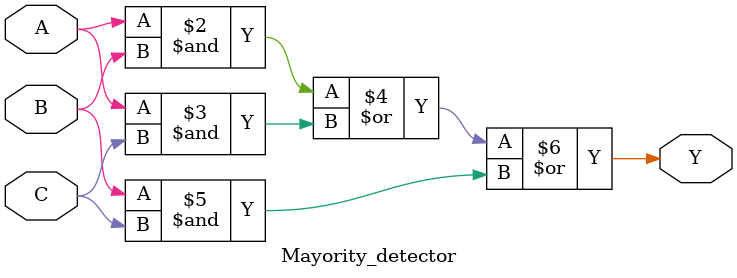
<source format=v>
`timescale 1ns / 1ps
module Mayority_detector(A, B, C, Y);
    input A;
    input B;
    input C;
    output Y;
	 
	 reg Y;
	 

	 
// The forllowing operators can be used on two single bits to produce a single bit 
// output or two equivalent sized bused signals where the operations are performed 
// on each bit of the bus. In the case of the Invert, only one signal or bus is 
// provided and the operation occurs on each bit of the signal.
// 
//    ~ .... Invert a single-bit signal or each bit in a bus
//    & .... AND two single bits or each bit between two buses
//    | .... OR two single bits or each bit between two buses
//    ^ .... XOR two single bits or each bit between two buses
//    ~^ ... XNOR two single bits or each bit between two buses
	 //Mayority detector
	 //Y = (AB) + (AC) + (BC);

	always @(*)
	begin
		Y = (A&B) | (A&C) | (B&C);
	end
	 
	 


endmodule

</source>
